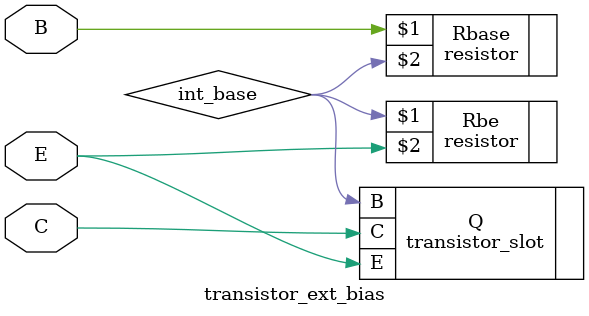
<source format=v>
/* transistor with external bias resistors */

module transistor_ext_bias (E, B, C);

inout E, B, C;

wire int_base;

transistor_slot Q (.E(E), .B(int_base), .C(C));

resistor Rbase (B, int_base);
resistor Rbe (int_base, E);

endmodule

</source>
